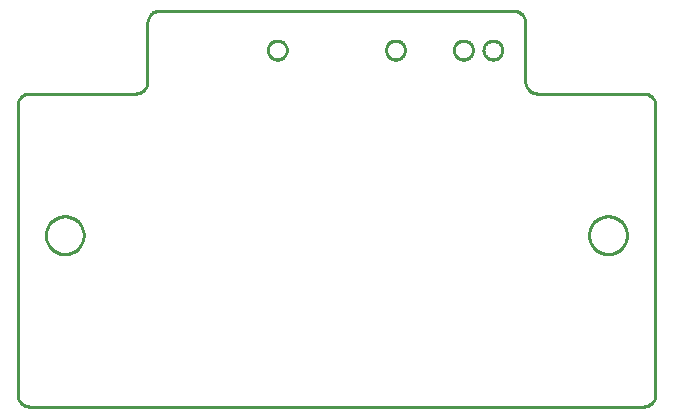
<source format=gbr>
G04 EAGLE Gerber RS-274X export*
G75*
%MOMM*%
%FSLAX34Y34*%
%LPD*%
%IN*%
%IPPOS*%
%AMOC8*
5,1,8,0,0,1.08239X$1,22.5*%
G01*
%ADD10C,0.254000*%


D10*
X-270000Y10000D02*
X-269962Y9128D01*
X-269848Y8264D01*
X-269659Y7412D01*
X-269397Y6580D01*
X-269063Y5774D01*
X-268660Y5000D01*
X-268192Y4264D01*
X-267660Y3572D01*
X-267071Y2929D01*
X-266428Y2340D01*
X-265736Y1808D01*
X-265000Y1340D01*
X-264226Y937D01*
X-263420Y603D01*
X-262588Y341D01*
X-261736Y152D01*
X-260872Y38D01*
X-260000Y0D01*
X260000Y0D01*
X260872Y38D01*
X261736Y152D01*
X262588Y341D01*
X263420Y603D01*
X264226Y937D01*
X265000Y1340D01*
X265736Y1808D01*
X266428Y2340D01*
X267071Y2929D01*
X267660Y3572D01*
X268192Y4264D01*
X268660Y5000D01*
X269063Y5774D01*
X269397Y6580D01*
X269659Y7412D01*
X269848Y8264D01*
X269962Y9128D01*
X270000Y10000D01*
X270000Y255000D01*
X269962Y255872D01*
X269848Y256736D01*
X269659Y257588D01*
X269397Y258420D01*
X269063Y259226D01*
X268660Y260000D01*
X268192Y260736D01*
X267660Y261428D01*
X267071Y262071D01*
X266428Y262660D01*
X265736Y263192D01*
X265000Y263660D01*
X264226Y264063D01*
X263420Y264397D01*
X262588Y264659D01*
X261736Y264848D01*
X260872Y264962D01*
X260000Y265000D01*
X170000Y265000D01*
X169128Y265038D01*
X168264Y265152D01*
X167412Y265341D01*
X166580Y265603D01*
X165774Y265937D01*
X165000Y266340D01*
X164264Y266808D01*
X163572Y267340D01*
X162929Y267929D01*
X162340Y268572D01*
X161808Y269264D01*
X161340Y270000D01*
X160937Y270774D01*
X160603Y271580D01*
X160341Y272412D01*
X160152Y273264D01*
X160038Y274128D01*
X160000Y275000D01*
X160000Y325000D01*
X159962Y325872D01*
X159848Y326736D01*
X159659Y327588D01*
X159397Y328420D01*
X159063Y329226D01*
X158660Y330000D01*
X158192Y330736D01*
X157660Y331428D01*
X157071Y332071D01*
X156428Y332660D01*
X155736Y333192D01*
X155000Y333660D01*
X154226Y334063D01*
X153420Y334397D01*
X152588Y334659D01*
X151736Y334848D01*
X150872Y334962D01*
X150000Y335000D01*
X-150000Y335000D01*
X-150872Y334962D01*
X-151736Y334848D01*
X-152588Y334659D01*
X-153420Y334397D01*
X-154226Y334063D01*
X-155000Y333660D01*
X-155736Y333192D01*
X-156428Y332660D01*
X-157071Y332071D01*
X-157660Y331428D01*
X-158192Y330736D01*
X-158660Y330000D01*
X-159063Y329226D01*
X-159397Y328420D01*
X-159659Y327588D01*
X-159848Y326736D01*
X-159962Y325872D01*
X-160000Y325000D01*
X-160000Y275000D01*
X-160038Y274128D01*
X-160152Y273264D01*
X-160341Y272412D01*
X-160603Y271580D01*
X-160937Y270774D01*
X-161340Y270000D01*
X-161808Y269264D01*
X-162340Y268572D01*
X-162929Y267929D01*
X-163572Y267340D01*
X-164264Y266808D01*
X-165000Y266340D01*
X-165774Y265937D01*
X-166580Y265603D01*
X-167412Y265341D01*
X-168264Y265152D01*
X-169128Y265038D01*
X-170000Y265000D01*
X-260000Y265000D01*
X-260872Y264962D01*
X-261736Y264848D01*
X-262588Y264659D01*
X-263420Y264397D01*
X-264226Y264063D01*
X-265000Y263660D01*
X-265736Y263192D01*
X-266428Y262660D01*
X-267071Y262071D01*
X-267660Y261428D01*
X-268192Y260736D01*
X-268660Y260000D01*
X-269063Y259226D01*
X-269397Y258420D01*
X-269659Y257588D01*
X-269848Y256736D01*
X-269962Y255872D01*
X-270000Y255000D01*
X-270000Y10000D01*
X246000Y144476D02*
X245932Y143431D01*
X245795Y142392D01*
X245590Y141365D01*
X245319Y140353D01*
X244983Y139361D01*
X244582Y138393D01*
X244118Y137454D01*
X243595Y136546D01*
X243013Y135675D01*
X242375Y134844D01*
X241684Y134057D01*
X240943Y133316D01*
X240156Y132625D01*
X239325Y131988D01*
X238454Y131406D01*
X237546Y130882D01*
X236607Y130418D01*
X235639Y130017D01*
X234647Y129681D01*
X233635Y129410D01*
X232608Y129205D01*
X231569Y129069D01*
X230524Y129000D01*
X229476Y129000D01*
X228431Y129069D01*
X227392Y129205D01*
X226365Y129410D01*
X225353Y129681D01*
X224361Y130017D01*
X223393Y130418D01*
X222454Y130882D01*
X221546Y131406D01*
X220675Y131988D01*
X219844Y132625D01*
X219057Y133316D01*
X218316Y134057D01*
X217625Y134844D01*
X216988Y135675D01*
X216406Y136546D01*
X215882Y137454D01*
X215418Y138393D01*
X215017Y139361D01*
X214681Y140353D01*
X214410Y141365D01*
X214205Y142392D01*
X214069Y143431D01*
X214000Y144476D01*
X214000Y145524D01*
X214069Y146569D01*
X214205Y147608D01*
X214410Y148635D01*
X214681Y149647D01*
X215017Y150639D01*
X215418Y151607D01*
X215882Y152546D01*
X216406Y153454D01*
X216988Y154325D01*
X217625Y155156D01*
X218316Y155943D01*
X219057Y156684D01*
X219844Y157375D01*
X220675Y158013D01*
X221546Y158595D01*
X222454Y159118D01*
X223393Y159582D01*
X224361Y159983D01*
X225353Y160319D01*
X226365Y160590D01*
X227392Y160795D01*
X228431Y160932D01*
X229476Y161000D01*
X230524Y161000D01*
X231569Y160932D01*
X232608Y160795D01*
X233635Y160590D01*
X234647Y160319D01*
X235639Y159983D01*
X236607Y159582D01*
X237546Y159118D01*
X238454Y158595D01*
X239325Y158013D01*
X240156Y157375D01*
X240943Y156684D01*
X241684Y155943D01*
X242375Y155156D01*
X243013Y154325D01*
X243595Y153454D01*
X244118Y152546D01*
X244582Y151607D01*
X244983Y150639D01*
X245319Y149647D01*
X245590Y148635D01*
X245795Y147608D01*
X245932Y146569D01*
X246000Y145524D01*
X246000Y144476D01*
X-214000Y144476D02*
X-214069Y143431D01*
X-214205Y142392D01*
X-214410Y141365D01*
X-214681Y140353D01*
X-215017Y139361D01*
X-215418Y138393D01*
X-215882Y137454D01*
X-216406Y136546D01*
X-216988Y135675D01*
X-217625Y134844D01*
X-218316Y134057D01*
X-219057Y133316D01*
X-219844Y132625D01*
X-220675Y131988D01*
X-221546Y131406D01*
X-222454Y130882D01*
X-223393Y130418D01*
X-224361Y130017D01*
X-225353Y129681D01*
X-226365Y129410D01*
X-227392Y129205D01*
X-228431Y129069D01*
X-229476Y129000D01*
X-230524Y129000D01*
X-231569Y129069D01*
X-232608Y129205D01*
X-233635Y129410D01*
X-234647Y129681D01*
X-235639Y130017D01*
X-236607Y130418D01*
X-237546Y130882D01*
X-238454Y131406D01*
X-239325Y131988D01*
X-240156Y132625D01*
X-240943Y133316D01*
X-241684Y134057D01*
X-242375Y134844D01*
X-243013Y135675D01*
X-243595Y136546D01*
X-244118Y137454D01*
X-244582Y138393D01*
X-244983Y139361D01*
X-245319Y140353D01*
X-245590Y141365D01*
X-245795Y142392D01*
X-245932Y143431D01*
X-246000Y144476D01*
X-246000Y145524D01*
X-245932Y146569D01*
X-245795Y147608D01*
X-245590Y148635D01*
X-245319Y149647D01*
X-244983Y150639D01*
X-244582Y151607D01*
X-244118Y152546D01*
X-243595Y153454D01*
X-243013Y154325D01*
X-242375Y155156D01*
X-241684Y155943D01*
X-240943Y156684D01*
X-240156Y157375D01*
X-239325Y158013D01*
X-238454Y158595D01*
X-237546Y159118D01*
X-236607Y159582D01*
X-235639Y159983D01*
X-234647Y160319D01*
X-233635Y160590D01*
X-232608Y160795D01*
X-231569Y160932D01*
X-230524Y161000D01*
X-229476Y161000D01*
X-228431Y160932D01*
X-227392Y160795D01*
X-226365Y160590D01*
X-225353Y160319D01*
X-224361Y159983D01*
X-223393Y159582D01*
X-222454Y159118D01*
X-221546Y158595D01*
X-220675Y158013D01*
X-219844Y157375D01*
X-219057Y156684D01*
X-218316Y155943D01*
X-217625Y155156D01*
X-216988Y154325D01*
X-216406Y153454D01*
X-215882Y152546D01*
X-215418Y151607D01*
X-215017Y150639D01*
X-214681Y149647D01*
X-214410Y148635D01*
X-214205Y147608D01*
X-214069Y146569D01*
X-214000Y145524D01*
X-214000Y144476D01*
X-42000Y302193D02*
X-42077Y302975D01*
X-42230Y303746D01*
X-42459Y304498D01*
X-42759Y305225D01*
X-43130Y305918D01*
X-43567Y306571D01*
X-44065Y307179D01*
X-44621Y307735D01*
X-45229Y308233D01*
X-45882Y308670D01*
X-46575Y309041D01*
X-47302Y309341D01*
X-48054Y309570D01*
X-48825Y309723D01*
X-49607Y309800D01*
X-50393Y309800D01*
X-51175Y309723D01*
X-51946Y309570D01*
X-52698Y309341D01*
X-53425Y309041D01*
X-54118Y308670D01*
X-54771Y308233D01*
X-55379Y307735D01*
X-55935Y307179D01*
X-56433Y306571D01*
X-56870Y305918D01*
X-57241Y305225D01*
X-57541Y304498D01*
X-57770Y303746D01*
X-57923Y302975D01*
X-58000Y302193D01*
X-58000Y301407D01*
X-57923Y300625D01*
X-57770Y299854D01*
X-57541Y299102D01*
X-57241Y298375D01*
X-56870Y297682D01*
X-56433Y297029D01*
X-55935Y296421D01*
X-55379Y295865D01*
X-54771Y295367D01*
X-54118Y294930D01*
X-53425Y294559D01*
X-52698Y294259D01*
X-51946Y294030D01*
X-51175Y293877D01*
X-50393Y293800D01*
X-49607Y293800D01*
X-48825Y293877D01*
X-48054Y294030D01*
X-47302Y294259D01*
X-46575Y294559D01*
X-45882Y294930D01*
X-45229Y295367D01*
X-44621Y295865D01*
X-44065Y296421D01*
X-43567Y297029D01*
X-43130Y297682D01*
X-42759Y298375D01*
X-42459Y299102D01*
X-42230Y299854D01*
X-42077Y300625D01*
X-42000Y301407D01*
X-42000Y302193D01*
X58000Y302193D02*
X57923Y302975D01*
X57770Y303746D01*
X57541Y304498D01*
X57241Y305225D01*
X56870Y305918D01*
X56433Y306571D01*
X55935Y307179D01*
X55379Y307735D01*
X54771Y308233D01*
X54118Y308670D01*
X53425Y309041D01*
X52698Y309341D01*
X51946Y309570D01*
X51175Y309723D01*
X50393Y309800D01*
X49607Y309800D01*
X48825Y309723D01*
X48054Y309570D01*
X47302Y309341D01*
X46575Y309041D01*
X45882Y308670D01*
X45229Y308233D01*
X44621Y307735D01*
X44065Y307179D01*
X43567Y306571D01*
X43130Y305918D01*
X42759Y305225D01*
X42459Y304498D01*
X42230Y303746D01*
X42077Y302975D01*
X42000Y302193D01*
X42000Y301407D01*
X42077Y300625D01*
X42230Y299854D01*
X42459Y299102D01*
X42759Y298375D01*
X43130Y297682D01*
X43567Y297029D01*
X44065Y296421D01*
X44621Y295865D01*
X45229Y295367D01*
X45882Y294930D01*
X46575Y294559D01*
X47302Y294259D01*
X48054Y294030D01*
X48825Y293877D01*
X49607Y293800D01*
X50393Y293800D01*
X51175Y293877D01*
X51946Y294030D01*
X52698Y294259D01*
X53425Y294559D01*
X54118Y294930D01*
X54771Y295367D01*
X55379Y295865D01*
X55935Y296421D01*
X56433Y297029D01*
X56870Y297682D01*
X57241Y298375D01*
X57541Y299102D01*
X57770Y299854D01*
X57923Y300625D01*
X58000Y301407D01*
X58000Y302193D01*
X115500Y302193D02*
X115423Y302975D01*
X115270Y303746D01*
X115041Y304498D01*
X114741Y305225D01*
X114370Y305918D01*
X113933Y306571D01*
X113435Y307179D01*
X112879Y307735D01*
X112271Y308233D01*
X111618Y308670D01*
X110925Y309041D01*
X110198Y309341D01*
X109446Y309570D01*
X108675Y309723D01*
X107893Y309800D01*
X107107Y309800D01*
X106325Y309723D01*
X105554Y309570D01*
X104802Y309341D01*
X104075Y309041D01*
X103382Y308670D01*
X102729Y308233D01*
X102121Y307735D01*
X101565Y307179D01*
X101067Y306571D01*
X100630Y305918D01*
X100259Y305225D01*
X99959Y304498D01*
X99730Y303746D01*
X99577Y302975D01*
X99500Y302193D01*
X99500Y301407D01*
X99577Y300625D01*
X99730Y299854D01*
X99959Y299102D01*
X100259Y298375D01*
X100630Y297682D01*
X101067Y297029D01*
X101565Y296421D01*
X102121Y295865D01*
X102729Y295367D01*
X103382Y294930D01*
X104075Y294559D01*
X104802Y294259D01*
X105554Y294030D01*
X106325Y293877D01*
X107107Y293800D01*
X107893Y293800D01*
X108675Y293877D01*
X109446Y294030D01*
X110198Y294259D01*
X110925Y294559D01*
X111618Y294930D01*
X112271Y295367D01*
X112879Y295865D01*
X113435Y296421D01*
X113933Y297029D01*
X114370Y297682D01*
X114741Y298375D01*
X115041Y299102D01*
X115270Y299854D01*
X115423Y300625D01*
X115500Y301407D01*
X115500Y302193D01*
X140500Y302193D02*
X140423Y302975D01*
X140270Y303746D01*
X140041Y304498D01*
X139741Y305225D01*
X139370Y305918D01*
X138933Y306571D01*
X138435Y307179D01*
X137879Y307735D01*
X137271Y308233D01*
X136618Y308670D01*
X135925Y309041D01*
X135198Y309341D01*
X134446Y309570D01*
X133675Y309723D01*
X132893Y309800D01*
X132107Y309800D01*
X131325Y309723D01*
X130554Y309570D01*
X129802Y309341D01*
X129075Y309041D01*
X128382Y308670D01*
X127729Y308233D01*
X127121Y307735D01*
X126565Y307179D01*
X126067Y306571D01*
X125630Y305918D01*
X125259Y305225D01*
X124959Y304498D01*
X124730Y303746D01*
X124577Y302975D01*
X124500Y302193D01*
X124500Y301407D01*
X124577Y300625D01*
X124730Y299854D01*
X124959Y299102D01*
X125259Y298375D01*
X125630Y297682D01*
X126067Y297029D01*
X126565Y296421D01*
X127121Y295865D01*
X127729Y295367D01*
X128382Y294930D01*
X129075Y294559D01*
X129802Y294259D01*
X130554Y294030D01*
X131325Y293877D01*
X132107Y293800D01*
X132893Y293800D01*
X133675Y293877D01*
X134446Y294030D01*
X135198Y294259D01*
X135925Y294559D01*
X136618Y294930D01*
X137271Y295367D01*
X137879Y295865D01*
X138435Y296421D01*
X138933Y297029D01*
X139370Y297682D01*
X139741Y298375D01*
X140041Y299102D01*
X140270Y299854D01*
X140423Y300625D01*
X140500Y301407D01*
X140500Y302193D01*
M02*

</source>
